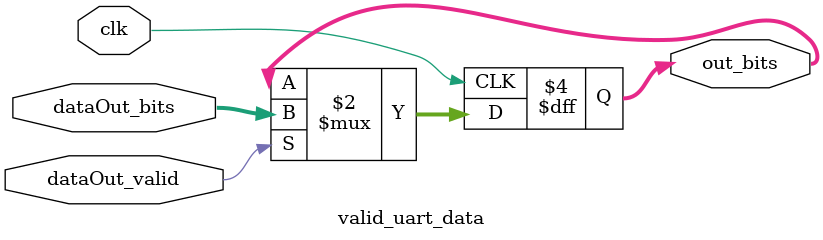
<source format=v>
`timescale 1ns / 1ps

module valid_uart_data(
        input [0:0] clk,
        input [7:0] dataOut_bits,
        input [0:0] dataOut_valid,
        output reg [7:0] out_bits
    );
    
        always @(posedge clk) begin
            if (dataOut_valid) begin
                out_bits <= dataOut_bits;
            end
        end
        
    endmodule

</source>
